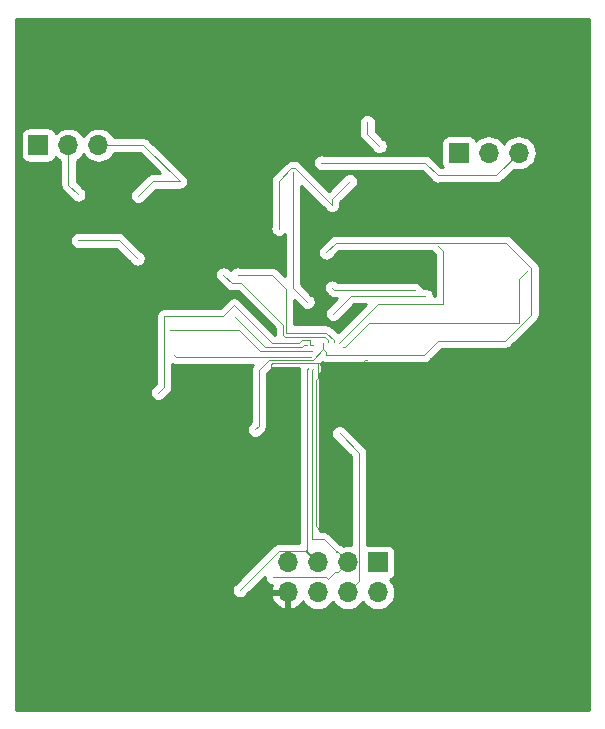
<source format=gbr>
G04 #@! TF.GenerationSoftware,KiCad,Pcbnew,(5.1.4)-1*
G04 #@! TF.CreationDate,2020-02-13T13:02:53-06:00*
G04 #@! TF.ProjectId,aducm_board,61647563-6d5f-4626-9f61-72642e6b6963,rev?*
G04 #@! TF.SameCoordinates,Original*
G04 #@! TF.FileFunction,Copper,L2,Bot*
G04 #@! TF.FilePolarity,Positive*
%FSLAX46Y46*%
G04 Gerber Fmt 4.6, Leading zero omitted, Abs format (unit mm)*
G04 Created by KiCad (PCBNEW (5.1.4)-1) date 2020-02-13 13:02:53*
%MOMM*%
%LPD*%
G04 APERTURE LIST*
%ADD10O,1.700000X1.700000*%
%ADD11R,1.700000X1.700000*%
%ADD12C,0.152400*%
%ADD13C,0.101600*%
%ADD14C,0.100000*%
%ADD15C,0.200000*%
%ADD16C,0.254000*%
G04 APERTURE END LIST*
D10*
X163322000Y-79578200D03*
X160782000Y-79578200D03*
D11*
X158242000Y-79578200D03*
D10*
X127726400Y-78920800D03*
X125186400Y-78920800D03*
D11*
X122646400Y-78920800D03*
D10*
X143760000Y-116800000D03*
X143760000Y-114260000D03*
X146300000Y-116800000D03*
X146300000Y-114260000D03*
X148840000Y-116800000D03*
X148840000Y-114260000D03*
X151380000Y-116800000D03*
D11*
X151380000Y-114260000D03*
D12*
X146964400Y-96697800D03*
X146761200Y-95707200D03*
X149000000Y-82000000D03*
X143000000Y-86000000D03*
X147500000Y-84000000D03*
X151500000Y-79000000D03*
X150500000Y-77000000D03*
X131000000Y-88500000D03*
X126000000Y-87000000D03*
X141000000Y-103000000D03*
X156500000Y-95500000D03*
X147000000Y-88000000D03*
X145338800Y-95808800D03*
X139300000Y-93500000D03*
X145865929Y-95832189D03*
X132800000Y-99900000D03*
X148056600Y-95698001D03*
X156500000Y-87500000D03*
X147624800Y-95605600D03*
X139500000Y-89900000D03*
X147142200Y-95605600D03*
X138300000Y-89900000D03*
X146100800Y-99364800D03*
X142290800Y-97561400D03*
X150495000Y-97155000D03*
X146600000Y-111700000D03*
X159500000Y-112400000D03*
X161200000Y-113300000D03*
X124000000Y-96000000D03*
X142500000Y-99500000D03*
X137000000Y-80000000D03*
X145719800Y-96824800D03*
X134100000Y-96700000D03*
X148386800Y-96012000D03*
X164084000Y-89458800D03*
X145796000Y-96393000D03*
X133800000Y-94600000D03*
X145400000Y-92200000D03*
X144200000Y-81200000D03*
X126000000Y-83100000D03*
X134600000Y-82000000D03*
X131100000Y-83200000D03*
X156464000Y-81483200D03*
X146583400Y-80416400D03*
X145507401Y-97838876D03*
X139700000Y-116600000D03*
X148132800Y-103327200D03*
X145948400Y-97815400D03*
X142500000Y-115500000D03*
X147500000Y-91000000D03*
X154500000Y-91200000D03*
X147600000Y-93200000D03*
X155400000Y-91700000D03*
D13*
X146761200Y-96227402D02*
X145859002Y-97129600D01*
X145859002Y-97129600D02*
X143205200Y-97129600D01*
X146761200Y-96227402D02*
X146761200Y-95707200D01*
X146964400Y-96430602D02*
X146761200Y-96227402D01*
X146964400Y-96697800D02*
X146964400Y-96430602D01*
X143205200Y-97129600D02*
X142170400Y-97129600D01*
X142170400Y-97129600D02*
X141300000Y-98000000D01*
X144399999Y-80899999D02*
X147500000Y-84000000D01*
X144055999Y-80899999D02*
X144399999Y-80899999D01*
X143000000Y-86000000D02*
X143000000Y-81955998D01*
X143000000Y-81955998D02*
X144055999Y-80899999D01*
X147500000Y-83500000D02*
X149000000Y-82000000D01*
X147500000Y-84000000D02*
X147500000Y-83500000D01*
X151500000Y-79000000D02*
X150500000Y-78000000D01*
X150500000Y-78000000D02*
X150500000Y-77000000D01*
X131000000Y-88500000D02*
X129500000Y-87000000D01*
X129500000Y-87000000D02*
X126000000Y-87000000D01*
X141300000Y-98000000D02*
X141300000Y-102700000D01*
X141300000Y-102700000D02*
X141000000Y-103000000D01*
X146964400Y-96697800D02*
X155302200Y-96697800D01*
X155302200Y-96697800D02*
X156500000Y-95500000D01*
X156500000Y-95500000D02*
X162153567Y-95500000D01*
X164384001Y-93269566D02*
X164384001Y-89314799D01*
X164384001Y-89314799D02*
X162269201Y-87199999D01*
X162269201Y-87199999D02*
X147800001Y-87199999D01*
X162153567Y-95500000D02*
X164384001Y-93269566D01*
X147800001Y-87199999D02*
X147000000Y-88000000D01*
X145126668Y-95808800D02*
X144923468Y-96012000D01*
X145338800Y-95808800D02*
X145126668Y-95808800D01*
X144923468Y-96012000D02*
X143383000Y-96012000D01*
X143383000Y-96012000D02*
X141812000Y-96012000D01*
X141812000Y-96012000D02*
X139300000Y-93500000D01*
X145653797Y-95832189D02*
X145643600Y-95821992D01*
X145865929Y-95832189D02*
X145653797Y-95832189D01*
X145643600Y-95821992D02*
X145643600Y-95453200D01*
X145643600Y-95453200D02*
X144957800Y-95453200D01*
X144957800Y-95453200D02*
X144703800Y-95707200D01*
X144703800Y-95707200D02*
X143383000Y-95707200D01*
X143383000Y-95707200D02*
X142407200Y-95707200D01*
X142407200Y-95707200D02*
X139200000Y-92500000D01*
X139200000Y-92500000D02*
X138300000Y-93400000D01*
X138300000Y-93400000D02*
X133300000Y-93400000D01*
X133300000Y-93400000D02*
X133300000Y-99400000D01*
X133300000Y-99400000D02*
X132800000Y-99900000D01*
X148056600Y-95698001D02*
X151354601Y-92400000D01*
X151354601Y-92400000D02*
X156900000Y-92400000D01*
X156900000Y-87900000D02*
X156500000Y-87500000D01*
X156900000Y-92400000D02*
X156900000Y-87900000D01*
X147624800Y-95393468D02*
X147024132Y-94792800D01*
X147624800Y-95605600D02*
X147624800Y-95393468D01*
X147024132Y-94792800D02*
X143611600Y-94792800D01*
X143611600Y-94792800D02*
X143611600Y-91111600D01*
X143611600Y-91111600D02*
X142400000Y-89900000D01*
X142400000Y-89900000D02*
X139500000Y-89900000D01*
D14*
X147142200Y-95393468D02*
X146897132Y-95148400D01*
X147142200Y-95605600D02*
X147142200Y-95393468D01*
D13*
X146897132Y-95148400D02*
X144500600Y-95148400D01*
X144500600Y-95148400D02*
X143535400Y-95148400D01*
X143361590Y-94974590D02*
X143361590Y-94161590D01*
X143535400Y-95148400D02*
X143361590Y-94974590D01*
X143361590Y-94161590D02*
X139800000Y-90600000D01*
X139800000Y-90600000D02*
X139000000Y-90600000D01*
X139000000Y-90600000D02*
X138300000Y-89900000D01*
X146100800Y-98822468D02*
X146304000Y-98619268D01*
X146100800Y-99034600D02*
X146100800Y-98822468D01*
X146304000Y-98619268D02*
X146304000Y-97409000D01*
X146304000Y-97409000D02*
X142443200Y-97409000D01*
X142443200Y-97409000D02*
X142290800Y-97561400D01*
X150282868Y-97155000D02*
X150028868Y-97409000D01*
X150495000Y-97155000D02*
X150282868Y-97155000D01*
D14*
X150028868Y-97409000D02*
X147015200Y-97409000D01*
D13*
X146100800Y-99034600D02*
X146100800Y-111200800D01*
X146100800Y-111200800D02*
X146600000Y-111700000D01*
X159500000Y-112400000D02*
X160300000Y-112400000D01*
X160300000Y-112400000D02*
X161200000Y-113300000D01*
X142290800Y-97561400D02*
X142290800Y-99290800D01*
X142290800Y-99290800D02*
X142500000Y-99500000D01*
D14*
X146304000Y-97409000D02*
X147015200Y-97409000D01*
D13*
X145482268Y-96850200D02*
X143179800Y-96850200D01*
X143179800Y-96850200D02*
X134250200Y-96850200D01*
X134250200Y-96850200D02*
X134100000Y-96700000D01*
X145507668Y-96824800D02*
X145719800Y-96824800D01*
D14*
X145482268Y-96850200D02*
X145507668Y-96824800D01*
D13*
X148598932Y-96012000D02*
X150610932Y-94000000D01*
X148386800Y-96012000D02*
X148598932Y-96012000D01*
X150610932Y-94000000D02*
X163300000Y-94000000D01*
X163300000Y-90242800D02*
X164084000Y-89458800D01*
X163300000Y-94000000D02*
X163300000Y-90242800D01*
X145796000Y-96393000D02*
X143256000Y-96393000D01*
X143256000Y-96393000D02*
X141393000Y-96393000D01*
X141393000Y-96393000D02*
X139600000Y-94600000D01*
X139600000Y-94600000D02*
X133800000Y-94600000D01*
X145400000Y-92200000D02*
X144200000Y-91000000D01*
X144200000Y-91000000D02*
X144200000Y-81200000D01*
X125186400Y-82286400D02*
X125186400Y-78920800D01*
X126000000Y-83100000D02*
X125186400Y-82286400D01*
X131520800Y-78920800D02*
X127726400Y-78920800D01*
X134600000Y-82000000D02*
X131520800Y-78920800D01*
X132300000Y-82000000D02*
X134600000Y-82000000D01*
X131100000Y-83200000D02*
X132300000Y-82000000D01*
X161417000Y-81483200D02*
X163322000Y-79578200D01*
X156464000Y-81483200D02*
X161417000Y-81483200D01*
X155397200Y-80416400D02*
X156464000Y-81483200D01*
X146583400Y-80416400D02*
X155397200Y-80416400D01*
X145357402Y-113317402D02*
X146300000Y-114260000D01*
X145507401Y-97838876D02*
X145357402Y-97988875D01*
X145357402Y-97988875D02*
X145357402Y-113317402D01*
X143040001Y-113259999D02*
X139700000Y-116600000D01*
D15*
X146300000Y-114260000D02*
X145299999Y-113259999D01*
D13*
X145299999Y-113259999D02*
X143040001Y-113259999D01*
D14*
X149790001Y-104984401D02*
X148132800Y-103327200D01*
X148840000Y-116800000D02*
X149790001Y-115849999D01*
X149790001Y-115849999D02*
X149790001Y-104984401D01*
D13*
X145948400Y-97815400D02*
X145798401Y-97965399D01*
X145798401Y-97965399D02*
X145798401Y-99198401D01*
X145798401Y-99198401D02*
X145798401Y-99311599D01*
X145798401Y-112298401D02*
X145798401Y-99198401D01*
X146798401Y-112298401D02*
X145798401Y-112298401D01*
X147910001Y-113410001D02*
X146798401Y-112298401D01*
X148840000Y-114260000D02*
X147990001Y-113410001D01*
D15*
X147990001Y-113410001D02*
X147910001Y-113410001D01*
D13*
X147990001Y-115109999D02*
X147790001Y-115109999D01*
X148840000Y-114260000D02*
X147990001Y-115109999D01*
X147790001Y-115109999D02*
X147200000Y-115700000D01*
X147200000Y-115700000D02*
X147000000Y-115500000D01*
X147000000Y-115500000D02*
X142500000Y-115500000D01*
X147500000Y-91000000D02*
X147700000Y-91200000D01*
X147700000Y-91200000D02*
X154500000Y-91200000D01*
X147600000Y-93200000D02*
X149100000Y-91700000D01*
X149100000Y-91700000D02*
X155400000Y-91700000D01*
D16*
G36*
X169265001Y-126765000D02*
G01*
X120735000Y-126765000D01*
X120735000Y-99829953D01*
X132088800Y-99829953D01*
X132088800Y-99970047D01*
X132116131Y-100107449D01*
X132169743Y-100236879D01*
X132247575Y-100353363D01*
X132346637Y-100452425D01*
X132463121Y-100530257D01*
X132592551Y-100583869D01*
X132729953Y-100611200D01*
X132870047Y-100611200D01*
X133007449Y-100583869D01*
X133136879Y-100530257D01*
X133253363Y-100452425D01*
X133352425Y-100353363D01*
X133424758Y-100245109D01*
X133761109Y-99908758D01*
X133787280Y-99887280D01*
X133872981Y-99782853D01*
X133936662Y-99663714D01*
X133975877Y-99534440D01*
X133985800Y-99433689D01*
X133985800Y-99433686D01*
X133989118Y-99400000D01*
X133985800Y-99366314D01*
X133985800Y-97486495D01*
X133986486Y-97486862D01*
X134115760Y-97526077D01*
X134216511Y-97536000D01*
X134216514Y-97536000D01*
X134250200Y-97539318D01*
X134283886Y-97536000D01*
X140793615Y-97536000D01*
X140727019Y-97617148D01*
X140663338Y-97736287D01*
X140624123Y-97865561D01*
X140614200Y-97966312D01*
X140614200Y-97966321D01*
X140610883Y-98000000D01*
X140614200Y-98033679D01*
X140614201Y-102402430D01*
X140546637Y-102447575D01*
X140447575Y-102546637D01*
X140369743Y-102663121D01*
X140316131Y-102792551D01*
X140288800Y-102929953D01*
X140288800Y-103070047D01*
X140316131Y-103207449D01*
X140369743Y-103336879D01*
X140447575Y-103453363D01*
X140546637Y-103552425D01*
X140663121Y-103630257D01*
X140792551Y-103683869D01*
X140929953Y-103711200D01*
X141070047Y-103711200D01*
X141207449Y-103683869D01*
X141336879Y-103630257D01*
X141453363Y-103552425D01*
X141552425Y-103453363D01*
X141624758Y-103345109D01*
X141761109Y-103208758D01*
X141787280Y-103187280D01*
X141872981Y-103082853D01*
X141936662Y-102963714D01*
X141975877Y-102834440D01*
X141985800Y-102733689D01*
X141985800Y-102733680D01*
X141989117Y-102700001D01*
X141985800Y-102666322D01*
X141985800Y-98284067D01*
X142454468Y-97815400D01*
X144693366Y-97815400D01*
X144681525Y-97854436D01*
X144671602Y-97955187D01*
X144671602Y-97955196D01*
X144668285Y-97988875D01*
X144671602Y-98022554D01*
X144671603Y-112574199D01*
X143073687Y-112574199D01*
X143040001Y-112570881D01*
X143006315Y-112574199D01*
X143006312Y-112574199D01*
X142905561Y-112584122D01*
X142776287Y-112623337D01*
X142657148Y-112687018D01*
X142552721Y-112772719D01*
X142531243Y-112798890D01*
X139354891Y-115975242D01*
X139246637Y-116047575D01*
X139147575Y-116146637D01*
X139069743Y-116263121D01*
X139016131Y-116392551D01*
X138988800Y-116529953D01*
X138988800Y-116670047D01*
X139016131Y-116807449D01*
X139069743Y-116936879D01*
X139147575Y-117053363D01*
X139246637Y-117152425D01*
X139363121Y-117230257D01*
X139492551Y-117283869D01*
X139629953Y-117311200D01*
X139770047Y-117311200D01*
X139907449Y-117283869D01*
X140036879Y-117230257D01*
X140146679Y-117156891D01*
X142318519Y-117156891D01*
X142415843Y-117431252D01*
X142564822Y-117681355D01*
X142759731Y-117897588D01*
X142993080Y-118071641D01*
X143255901Y-118196825D01*
X143403110Y-118241476D01*
X143633000Y-118120155D01*
X143633000Y-116927000D01*
X142439186Y-116927000D01*
X142318519Y-117156891D01*
X140146679Y-117156891D01*
X140153363Y-117152425D01*
X140252425Y-117053363D01*
X140324758Y-116945109D01*
X141788800Y-115481067D01*
X141788800Y-115570047D01*
X141816131Y-115707449D01*
X141869743Y-115836879D01*
X141947575Y-115953363D01*
X142046637Y-116052425D01*
X142163121Y-116130257D01*
X142292551Y-116183869D01*
X142402707Y-116205780D01*
X142318519Y-116443109D01*
X142439186Y-116673000D01*
X143633000Y-116673000D01*
X143633000Y-116653000D01*
X143887000Y-116653000D01*
X143887000Y-116673000D01*
X143907000Y-116673000D01*
X143907000Y-116927000D01*
X143887000Y-116927000D01*
X143887000Y-118120155D01*
X144116890Y-118241476D01*
X144264099Y-118196825D01*
X144526920Y-118071641D01*
X144760269Y-117897588D01*
X144955178Y-117681355D01*
X145024799Y-117564477D01*
X145059294Y-117629014D01*
X145244866Y-117855134D01*
X145470986Y-118040706D01*
X145728966Y-118178599D01*
X146008889Y-118263513D01*
X146227050Y-118285000D01*
X146372950Y-118285000D01*
X146591111Y-118263513D01*
X146871034Y-118178599D01*
X147129014Y-118040706D01*
X147355134Y-117855134D01*
X147540706Y-117629014D01*
X147570000Y-117574209D01*
X147599294Y-117629014D01*
X147784866Y-117855134D01*
X148010986Y-118040706D01*
X148268966Y-118178599D01*
X148548889Y-118263513D01*
X148767050Y-118285000D01*
X148912950Y-118285000D01*
X149131111Y-118263513D01*
X149411034Y-118178599D01*
X149669014Y-118040706D01*
X149895134Y-117855134D01*
X150080706Y-117629014D01*
X150110000Y-117574209D01*
X150139294Y-117629014D01*
X150324866Y-117855134D01*
X150550986Y-118040706D01*
X150808966Y-118178599D01*
X151088889Y-118263513D01*
X151307050Y-118285000D01*
X151452950Y-118285000D01*
X151671111Y-118263513D01*
X151951034Y-118178599D01*
X152209014Y-118040706D01*
X152435134Y-117855134D01*
X152620706Y-117629014D01*
X152758599Y-117371034D01*
X152843513Y-117091111D01*
X152872185Y-116800000D01*
X152843513Y-116508889D01*
X152758599Y-116228966D01*
X152620706Y-115970986D01*
X152435134Y-115744866D01*
X152405313Y-115720393D01*
X152474180Y-115699502D01*
X152584494Y-115640537D01*
X152681185Y-115561185D01*
X152760537Y-115464494D01*
X152819502Y-115354180D01*
X152855812Y-115234482D01*
X152868072Y-115110000D01*
X152868072Y-113410000D01*
X152855812Y-113285518D01*
X152819502Y-113165820D01*
X152760537Y-113055506D01*
X152681185Y-112958815D01*
X152584494Y-112879463D01*
X152474180Y-112820498D01*
X152354482Y-112784188D01*
X152230000Y-112771928D01*
X150530000Y-112771928D01*
X150475001Y-112777345D01*
X150475001Y-105018040D01*
X150478314Y-104984400D01*
X150475001Y-104950761D01*
X150475001Y-104950754D01*
X150465089Y-104850118D01*
X150425920Y-104720995D01*
X150362313Y-104601994D01*
X150332476Y-104565638D01*
X150298161Y-104523824D01*
X150298155Y-104523818D01*
X150276712Y-104497690D01*
X150250584Y-104476247D01*
X148759835Y-102985499D01*
X148685225Y-102873837D01*
X148586163Y-102774775D01*
X148469679Y-102696943D01*
X148340249Y-102643331D01*
X148202847Y-102616000D01*
X148062753Y-102616000D01*
X147925351Y-102643331D01*
X147795921Y-102696943D01*
X147679437Y-102774775D01*
X147580375Y-102873837D01*
X147502543Y-102990321D01*
X147448931Y-103119751D01*
X147421600Y-103257153D01*
X147421600Y-103397247D01*
X147448931Y-103534649D01*
X147502543Y-103664079D01*
X147580375Y-103780563D01*
X147679437Y-103879625D01*
X147791099Y-103954235D01*
X149105002Y-105268139D01*
X149105001Y-112793915D01*
X148912950Y-112775000D01*
X148767050Y-112775000D01*
X148548889Y-112796487D01*
X148440926Y-112829237D01*
X148400321Y-112795914D01*
X148272634Y-112727664D01*
X148164829Y-112694962D01*
X147307159Y-111837292D01*
X147285681Y-111811121D01*
X147181254Y-111725420D01*
X147062115Y-111661739D01*
X146932841Y-111622524D01*
X146832090Y-111612601D01*
X146832080Y-111612601D01*
X146798401Y-111609284D01*
X146764722Y-111612601D01*
X146484201Y-111612601D01*
X146484201Y-98285387D01*
X146500825Y-98268763D01*
X146578657Y-98152279D01*
X146632269Y-98022849D01*
X146659600Y-97885447D01*
X146659600Y-97745353D01*
X146632269Y-97607951D01*
X146578657Y-97478521D01*
X146539120Y-97419349D01*
X146629565Y-97328904D01*
X146756951Y-97381669D01*
X146894353Y-97409000D01*
X147034447Y-97409000D01*
X147162141Y-97383600D01*
X155268521Y-97383600D01*
X155302200Y-97386917D01*
X155335879Y-97383600D01*
X155335889Y-97383600D01*
X155436640Y-97373677D01*
X155565914Y-97334462D01*
X155685053Y-97270781D01*
X155789480Y-97185080D01*
X155810958Y-97158909D01*
X156784068Y-96185800D01*
X162119888Y-96185800D01*
X162153567Y-96189117D01*
X162187246Y-96185800D01*
X162187256Y-96185800D01*
X162288007Y-96175877D01*
X162417281Y-96136662D01*
X162536420Y-96072981D01*
X162640847Y-95987280D01*
X162662325Y-95961109D01*
X164845120Y-93778315D01*
X164871280Y-93756846D01*
X164892750Y-93730685D01*
X164892756Y-93730679D01*
X164956981Y-93652420D01*
X164956982Y-93652419D01*
X165020663Y-93533280D01*
X165059878Y-93404006D01*
X165069801Y-93303255D01*
X165069801Y-93303246D01*
X165073118Y-93269567D01*
X165069801Y-93235888D01*
X165069801Y-89348485D01*
X165073119Y-89314799D01*
X165068681Y-89269743D01*
X165059878Y-89180359D01*
X165020663Y-89051085D01*
X164956982Y-88931946D01*
X164871281Y-88827519D01*
X164845110Y-88806041D01*
X162777959Y-86738890D01*
X162756481Y-86712719D01*
X162652054Y-86627018D01*
X162532915Y-86563337D01*
X162403641Y-86524122D01*
X162302890Y-86514199D01*
X162302880Y-86514199D01*
X162269201Y-86510882D01*
X162235522Y-86514199D01*
X147833679Y-86514199D01*
X147800000Y-86510882D01*
X147766321Y-86514199D01*
X147766312Y-86514199D01*
X147665561Y-86524122D01*
X147536287Y-86563337D01*
X147417148Y-86627018D01*
X147312721Y-86712719D01*
X147291247Y-86738885D01*
X146654890Y-87375243D01*
X146546637Y-87447575D01*
X146447575Y-87546637D01*
X146369743Y-87663121D01*
X146316131Y-87792551D01*
X146288800Y-87929953D01*
X146288800Y-88070047D01*
X146316131Y-88207449D01*
X146369743Y-88336879D01*
X146447575Y-88453363D01*
X146546637Y-88552425D01*
X146663121Y-88630257D01*
X146792551Y-88683869D01*
X146929953Y-88711200D01*
X147070047Y-88711200D01*
X147207449Y-88683869D01*
X147336879Y-88630257D01*
X147453363Y-88552425D01*
X147552425Y-88453363D01*
X147624757Y-88345110D01*
X148084069Y-87885799D01*
X155902430Y-87885799D01*
X155947575Y-87953363D01*
X156046637Y-88052425D01*
X156154891Y-88124758D01*
X156214201Y-88184068D01*
X156214200Y-91714200D01*
X156111200Y-91714200D01*
X156111200Y-91629953D01*
X156083869Y-91492551D01*
X156030257Y-91363121D01*
X155952425Y-91246637D01*
X155853363Y-91147575D01*
X155736879Y-91069743D01*
X155607449Y-91016131D01*
X155470047Y-90988800D01*
X155329953Y-90988800D01*
X155202259Y-91014200D01*
X155188175Y-91014200D01*
X155183869Y-90992551D01*
X155130257Y-90863121D01*
X155052425Y-90746637D01*
X154953363Y-90647575D01*
X154836879Y-90569743D01*
X154707449Y-90516131D01*
X154570047Y-90488800D01*
X154429953Y-90488800D01*
X154302259Y-90514200D01*
X148019988Y-90514200D01*
X147953363Y-90447575D01*
X147836879Y-90369743D01*
X147707449Y-90316131D01*
X147570047Y-90288800D01*
X147429953Y-90288800D01*
X147292551Y-90316131D01*
X147163121Y-90369743D01*
X147046637Y-90447575D01*
X146947575Y-90546637D01*
X146869743Y-90663121D01*
X146816131Y-90792551D01*
X146788800Y-90929953D01*
X146788800Y-91070047D01*
X146816131Y-91207449D01*
X146869743Y-91336879D01*
X146947575Y-91453363D01*
X147046637Y-91552425D01*
X147154893Y-91624759D01*
X147191238Y-91661105D01*
X147212720Y-91687280D01*
X147317147Y-91772981D01*
X147436286Y-91836662D01*
X147565560Y-91875877D01*
X147666311Y-91885800D01*
X147666314Y-91885800D01*
X147700000Y-91889118D01*
X147733686Y-91885800D01*
X147944332Y-91885800D01*
X147254890Y-92575243D01*
X147146637Y-92647575D01*
X147047575Y-92746637D01*
X146969743Y-92863121D01*
X146916131Y-92992551D01*
X146888800Y-93129953D01*
X146888800Y-93270047D01*
X146916131Y-93407449D01*
X146969743Y-93536879D01*
X147047575Y-93653363D01*
X147146637Y-93752425D01*
X147263121Y-93830257D01*
X147392551Y-93883869D01*
X147529953Y-93911200D01*
X147670047Y-93911200D01*
X147807449Y-93883869D01*
X147936879Y-93830257D01*
X148053363Y-93752425D01*
X148152425Y-93653363D01*
X148224757Y-93545110D01*
X149384068Y-92385800D01*
X150398934Y-92385800D01*
X147992967Y-94791768D01*
X147532890Y-94331691D01*
X147511412Y-94305520D01*
X147406985Y-94219819D01*
X147287846Y-94156138D01*
X147158572Y-94116923D01*
X147057821Y-94107000D01*
X147057811Y-94107000D01*
X147024132Y-94103683D01*
X146990453Y-94107000D01*
X144297400Y-94107000D01*
X144297400Y-92067267D01*
X144775244Y-92545112D01*
X144847575Y-92653363D01*
X144946637Y-92752425D01*
X145063121Y-92830257D01*
X145192551Y-92883869D01*
X145329953Y-92911200D01*
X145470047Y-92911200D01*
X145607449Y-92883869D01*
X145736879Y-92830257D01*
X145853363Y-92752425D01*
X145952425Y-92653363D01*
X146030257Y-92536879D01*
X146083869Y-92407449D01*
X146111200Y-92270047D01*
X146111200Y-92129953D01*
X146083869Y-91992551D01*
X146030257Y-91863121D01*
X145952425Y-91746637D01*
X145853363Y-91647575D01*
X145745112Y-91575244D01*
X144885800Y-90715933D01*
X144885800Y-82355667D01*
X146875244Y-84345112D01*
X146947575Y-84453363D01*
X147046637Y-84552425D01*
X147163121Y-84630257D01*
X147292551Y-84683869D01*
X147429953Y-84711200D01*
X147570047Y-84711200D01*
X147707449Y-84683869D01*
X147836879Y-84630257D01*
X147953363Y-84552425D01*
X148052425Y-84453363D01*
X148130257Y-84336879D01*
X148183869Y-84207449D01*
X148211200Y-84070047D01*
X148211200Y-83929953D01*
X148185800Y-83802259D01*
X148185800Y-83784067D01*
X149345112Y-82624756D01*
X149453363Y-82552425D01*
X149552425Y-82453363D01*
X149630257Y-82336879D01*
X149683869Y-82207449D01*
X149711200Y-82070047D01*
X149711200Y-81929953D01*
X149683869Y-81792551D01*
X149630257Y-81663121D01*
X149552425Y-81546637D01*
X149453363Y-81447575D01*
X149336879Y-81369743D01*
X149207449Y-81316131D01*
X149070047Y-81288800D01*
X148929953Y-81288800D01*
X148792551Y-81316131D01*
X148663121Y-81369743D01*
X148546637Y-81447575D01*
X148447575Y-81546637D01*
X148375244Y-81654888D01*
X147250000Y-82780133D01*
X144908757Y-80438890D01*
X144887279Y-80412719D01*
X144806412Y-80346353D01*
X145872200Y-80346353D01*
X145872200Y-80486447D01*
X145899531Y-80623849D01*
X145953143Y-80753279D01*
X146030975Y-80869763D01*
X146130037Y-80968825D01*
X146246521Y-81046657D01*
X146375951Y-81100269D01*
X146513353Y-81127600D01*
X146653447Y-81127600D01*
X146781141Y-81102200D01*
X155113133Y-81102200D01*
X155839244Y-81828312D01*
X155911575Y-81936563D01*
X156010637Y-82035625D01*
X156127121Y-82113457D01*
X156256551Y-82167069D01*
X156393953Y-82194400D01*
X156534047Y-82194400D01*
X156661741Y-82169000D01*
X161383321Y-82169000D01*
X161417000Y-82172317D01*
X161450679Y-82169000D01*
X161450689Y-82169000D01*
X161551440Y-82159077D01*
X161680714Y-82119862D01*
X161799853Y-82056181D01*
X161904280Y-81970480D01*
X161925758Y-81944309D01*
X162875493Y-80994574D01*
X163030889Y-81041713D01*
X163249050Y-81063200D01*
X163394950Y-81063200D01*
X163613111Y-81041713D01*
X163893034Y-80956799D01*
X164151014Y-80818906D01*
X164377134Y-80633334D01*
X164562706Y-80407214D01*
X164700599Y-80149234D01*
X164785513Y-79869311D01*
X164814185Y-79578200D01*
X164785513Y-79287089D01*
X164700599Y-79007166D01*
X164562706Y-78749186D01*
X164377134Y-78523066D01*
X164151014Y-78337494D01*
X163893034Y-78199601D01*
X163613111Y-78114687D01*
X163394950Y-78093200D01*
X163249050Y-78093200D01*
X163030889Y-78114687D01*
X162750966Y-78199601D01*
X162492986Y-78337494D01*
X162266866Y-78523066D01*
X162081294Y-78749186D01*
X162052000Y-78803991D01*
X162022706Y-78749186D01*
X161837134Y-78523066D01*
X161611014Y-78337494D01*
X161353034Y-78199601D01*
X161073111Y-78114687D01*
X160854950Y-78093200D01*
X160709050Y-78093200D01*
X160490889Y-78114687D01*
X160210966Y-78199601D01*
X159952986Y-78337494D01*
X159726866Y-78523066D01*
X159702393Y-78552887D01*
X159681502Y-78484020D01*
X159622537Y-78373706D01*
X159543185Y-78277015D01*
X159446494Y-78197663D01*
X159336180Y-78138698D01*
X159216482Y-78102388D01*
X159092000Y-78090128D01*
X157392000Y-78090128D01*
X157267518Y-78102388D01*
X157147820Y-78138698D01*
X157037506Y-78197663D01*
X156940815Y-78277015D01*
X156861463Y-78373706D01*
X156802498Y-78484020D01*
X156766188Y-78603718D01*
X156753928Y-78728200D01*
X156753928Y-80428200D01*
X156766188Y-80552682D01*
X156802498Y-80672380D01*
X156861463Y-80782694D01*
X156873532Y-80797400D01*
X156748068Y-80797400D01*
X155905958Y-79955291D01*
X155884480Y-79929120D01*
X155780053Y-79843419D01*
X155660914Y-79779738D01*
X155531640Y-79740523D01*
X155430889Y-79730600D01*
X155430879Y-79730600D01*
X155397200Y-79727283D01*
X155363521Y-79730600D01*
X146781141Y-79730600D01*
X146653447Y-79705200D01*
X146513353Y-79705200D01*
X146375951Y-79732531D01*
X146246521Y-79786143D01*
X146130037Y-79863975D01*
X146030975Y-79963037D01*
X145953143Y-80079521D01*
X145899531Y-80208951D01*
X145872200Y-80346353D01*
X144806412Y-80346353D01*
X144782852Y-80327018D01*
X144663713Y-80263337D01*
X144534439Y-80224122D01*
X144433688Y-80214199D01*
X144433678Y-80214199D01*
X144399999Y-80210882D01*
X144366320Y-80214199D01*
X144089677Y-80214199D01*
X144055998Y-80210882D01*
X144022319Y-80214199D01*
X144022310Y-80214199D01*
X143921559Y-80224122D01*
X143792285Y-80263337D01*
X143673146Y-80327018D01*
X143568719Y-80412719D01*
X143547245Y-80438885D01*
X142538886Y-81447245D01*
X142512721Y-81468718D01*
X142491248Y-81494883D01*
X142491245Y-81494886D01*
X142427020Y-81573145D01*
X142363339Y-81692284D01*
X142324124Y-81821558D01*
X142310883Y-81955998D01*
X142314201Y-81989687D01*
X142314200Y-85802258D01*
X142288800Y-85929953D01*
X142288800Y-86070047D01*
X142316131Y-86207449D01*
X142369743Y-86336879D01*
X142447575Y-86453363D01*
X142546637Y-86552425D01*
X142663121Y-86630257D01*
X142792551Y-86683869D01*
X142929953Y-86711200D01*
X143070047Y-86711200D01*
X143207449Y-86683869D01*
X143336879Y-86630257D01*
X143453363Y-86552425D01*
X143514200Y-86491588D01*
X143514200Y-90044333D01*
X142908758Y-89438891D01*
X142887280Y-89412720D01*
X142782853Y-89327019D01*
X142663714Y-89263338D01*
X142534440Y-89224123D01*
X142433689Y-89214200D01*
X142433679Y-89214200D01*
X142400000Y-89210883D01*
X142366321Y-89214200D01*
X139697741Y-89214200D01*
X139570047Y-89188800D01*
X139429953Y-89188800D01*
X139292551Y-89216131D01*
X139163121Y-89269743D01*
X139046637Y-89347575D01*
X138947575Y-89446637D01*
X138900000Y-89517838D01*
X138852425Y-89446637D01*
X138753363Y-89347575D01*
X138636879Y-89269743D01*
X138507449Y-89216131D01*
X138370047Y-89188800D01*
X138229953Y-89188800D01*
X138092551Y-89216131D01*
X137963121Y-89269743D01*
X137846637Y-89347575D01*
X137747575Y-89446637D01*
X137669743Y-89563121D01*
X137616131Y-89692551D01*
X137588800Y-89829953D01*
X137588800Y-89970047D01*
X137616131Y-90107449D01*
X137669743Y-90236879D01*
X137747575Y-90353363D01*
X137846637Y-90452425D01*
X137954890Y-90524757D01*
X138491244Y-91061112D01*
X138512720Y-91087280D01*
X138538885Y-91108753D01*
X138538887Y-91108755D01*
X138617145Y-91172980D01*
X138617147Y-91172981D01*
X138736286Y-91236662D01*
X138865560Y-91275877D01*
X138966311Y-91285800D01*
X138966320Y-91285800D01*
X138999999Y-91289117D01*
X139033678Y-91285800D01*
X139515933Y-91285800D01*
X142675790Y-94445658D01*
X142675790Y-94940911D01*
X142672473Y-94974590D01*
X142675534Y-95005667D01*
X139708749Y-92038882D01*
X139687279Y-92012721D01*
X139661118Y-91991251D01*
X139661112Y-91991245D01*
X139582853Y-91927020D01*
X139463714Y-91863339D01*
X139334440Y-91824124D01*
X139200000Y-91810883D01*
X139199999Y-91810883D01*
X139065559Y-91824124D01*
X138936285Y-91863339D01*
X138817146Y-91927020D01*
X138738887Y-91991245D01*
X138738884Y-91991248D01*
X138712720Y-92012720D01*
X138691248Y-92038884D01*
X138015933Y-92714200D01*
X133333688Y-92714200D01*
X133300000Y-92710882D01*
X133266311Y-92714200D01*
X133165560Y-92724123D01*
X133036286Y-92763338D01*
X132917147Y-92827019D01*
X132812720Y-92912720D01*
X132727019Y-93017147D01*
X132663338Y-93136286D01*
X132624123Y-93265560D01*
X132610882Y-93400000D01*
X132614200Y-93433689D01*
X132614201Y-99115932D01*
X132454891Y-99275242D01*
X132346637Y-99347575D01*
X132247575Y-99446637D01*
X132169743Y-99563121D01*
X132116131Y-99692551D01*
X132088800Y-99829953D01*
X120735000Y-99829953D01*
X120735000Y-86929953D01*
X125288800Y-86929953D01*
X125288800Y-87070047D01*
X125316131Y-87207449D01*
X125369743Y-87336879D01*
X125447575Y-87453363D01*
X125546637Y-87552425D01*
X125663121Y-87630257D01*
X125792551Y-87683869D01*
X125929953Y-87711200D01*
X126070047Y-87711200D01*
X126197741Y-87685800D01*
X129215933Y-87685800D01*
X130375244Y-88845112D01*
X130447575Y-88953363D01*
X130546637Y-89052425D01*
X130663121Y-89130257D01*
X130792551Y-89183869D01*
X130929953Y-89211200D01*
X131070047Y-89211200D01*
X131207449Y-89183869D01*
X131336879Y-89130257D01*
X131453363Y-89052425D01*
X131552425Y-88953363D01*
X131630257Y-88836879D01*
X131683869Y-88707449D01*
X131711200Y-88570047D01*
X131711200Y-88429953D01*
X131683869Y-88292551D01*
X131630257Y-88163121D01*
X131552425Y-88046637D01*
X131453363Y-87947575D01*
X131345112Y-87875244D01*
X130008758Y-86538891D01*
X129987280Y-86512720D01*
X129882853Y-86427019D01*
X129763714Y-86363338D01*
X129634440Y-86324123D01*
X129533689Y-86314200D01*
X129533679Y-86314200D01*
X129500000Y-86310883D01*
X129466321Y-86314200D01*
X126197741Y-86314200D01*
X126070047Y-86288800D01*
X125929953Y-86288800D01*
X125792551Y-86316131D01*
X125663121Y-86369743D01*
X125546637Y-86447575D01*
X125447575Y-86546637D01*
X125369743Y-86663121D01*
X125316131Y-86792551D01*
X125288800Y-86929953D01*
X120735000Y-86929953D01*
X120735000Y-78070800D01*
X121158328Y-78070800D01*
X121158328Y-79770800D01*
X121170588Y-79895282D01*
X121206898Y-80014980D01*
X121265863Y-80125294D01*
X121345215Y-80221985D01*
X121441906Y-80301337D01*
X121552220Y-80360302D01*
X121671918Y-80396612D01*
X121796400Y-80408872D01*
X123496400Y-80408872D01*
X123620882Y-80396612D01*
X123740580Y-80360302D01*
X123850894Y-80301337D01*
X123947585Y-80221985D01*
X124026937Y-80125294D01*
X124085902Y-80014980D01*
X124106793Y-79946113D01*
X124131266Y-79975934D01*
X124357386Y-80161506D01*
X124500601Y-80238056D01*
X124500600Y-82252721D01*
X124497283Y-82286400D01*
X124500600Y-82320079D01*
X124500600Y-82320088D01*
X124510523Y-82420839D01*
X124549738Y-82550113D01*
X124613419Y-82669252D01*
X124613420Y-82669253D01*
X124652725Y-82717146D01*
X124699120Y-82773679D01*
X124725286Y-82795153D01*
X125375244Y-83445112D01*
X125447575Y-83553363D01*
X125546637Y-83652425D01*
X125663121Y-83730257D01*
X125792551Y-83783869D01*
X125929953Y-83811200D01*
X126070047Y-83811200D01*
X126207449Y-83783869D01*
X126336879Y-83730257D01*
X126453363Y-83652425D01*
X126552425Y-83553363D01*
X126630257Y-83436879D01*
X126683869Y-83307449D01*
X126711200Y-83170047D01*
X126711200Y-83029953D01*
X126683869Y-82892551D01*
X126630257Y-82763121D01*
X126552425Y-82646637D01*
X126453363Y-82547575D01*
X126345112Y-82475244D01*
X125872200Y-82002333D01*
X125872200Y-80238055D01*
X126015414Y-80161506D01*
X126241534Y-79975934D01*
X126427106Y-79749814D01*
X126456400Y-79695009D01*
X126485694Y-79749814D01*
X126671266Y-79975934D01*
X126897386Y-80161506D01*
X127155366Y-80299399D01*
X127435289Y-80384313D01*
X127653450Y-80405800D01*
X127799350Y-80405800D01*
X128017511Y-80384313D01*
X128297434Y-80299399D01*
X128555414Y-80161506D01*
X128781534Y-79975934D01*
X128967106Y-79749814D01*
X129043655Y-79606600D01*
X131236733Y-79606600D01*
X132944332Y-81314200D01*
X132333678Y-81314200D01*
X132299999Y-81310883D01*
X132266320Y-81314200D01*
X132266311Y-81314200D01*
X132165560Y-81324123D01*
X132036286Y-81363338D01*
X131917147Y-81427019D01*
X131917145Y-81427020D01*
X131917146Y-81427020D01*
X131866337Y-81468718D01*
X131812720Y-81512720D01*
X131791247Y-81538886D01*
X130754890Y-82575243D01*
X130646637Y-82647575D01*
X130547575Y-82746637D01*
X130469743Y-82863121D01*
X130416131Y-82992551D01*
X130388800Y-83129953D01*
X130388800Y-83270047D01*
X130416131Y-83407449D01*
X130469743Y-83536879D01*
X130547575Y-83653363D01*
X130646637Y-83752425D01*
X130763121Y-83830257D01*
X130892551Y-83883869D01*
X131029953Y-83911200D01*
X131170047Y-83911200D01*
X131307449Y-83883869D01*
X131436879Y-83830257D01*
X131553363Y-83752425D01*
X131652425Y-83653363D01*
X131724757Y-83545110D01*
X132584068Y-82685800D01*
X134402259Y-82685800D01*
X134529953Y-82711200D01*
X134670047Y-82711200D01*
X134807449Y-82683869D01*
X134936879Y-82630257D01*
X135053363Y-82552425D01*
X135152425Y-82453363D01*
X135230257Y-82336879D01*
X135283869Y-82207449D01*
X135311200Y-82070047D01*
X135311200Y-81929953D01*
X135283869Y-81792551D01*
X135230257Y-81663121D01*
X135152425Y-81546637D01*
X135053363Y-81447575D01*
X134945112Y-81375244D01*
X132029558Y-78459691D01*
X132008080Y-78433520D01*
X131903653Y-78347819D01*
X131784514Y-78284138D01*
X131655240Y-78244923D01*
X131554489Y-78235000D01*
X131554479Y-78235000D01*
X131520800Y-78231683D01*
X131487121Y-78235000D01*
X129043655Y-78235000D01*
X128967106Y-78091786D01*
X128781534Y-77865666D01*
X128555414Y-77680094D01*
X128297434Y-77542201D01*
X128017511Y-77457287D01*
X127799350Y-77435800D01*
X127653450Y-77435800D01*
X127435289Y-77457287D01*
X127155366Y-77542201D01*
X126897386Y-77680094D01*
X126671266Y-77865666D01*
X126485694Y-78091786D01*
X126456400Y-78146591D01*
X126427106Y-78091786D01*
X126241534Y-77865666D01*
X126015414Y-77680094D01*
X125757434Y-77542201D01*
X125477511Y-77457287D01*
X125259350Y-77435800D01*
X125113450Y-77435800D01*
X124895289Y-77457287D01*
X124615366Y-77542201D01*
X124357386Y-77680094D01*
X124131266Y-77865666D01*
X124106793Y-77895487D01*
X124085902Y-77826620D01*
X124026937Y-77716306D01*
X123947585Y-77619615D01*
X123850894Y-77540263D01*
X123740580Y-77481298D01*
X123620882Y-77444988D01*
X123496400Y-77432728D01*
X121796400Y-77432728D01*
X121671918Y-77444988D01*
X121552220Y-77481298D01*
X121441906Y-77540263D01*
X121345215Y-77619615D01*
X121265863Y-77716306D01*
X121206898Y-77826620D01*
X121170588Y-77946318D01*
X121158328Y-78070800D01*
X120735000Y-78070800D01*
X120735000Y-76929953D01*
X149788800Y-76929953D01*
X149788800Y-77070047D01*
X149814201Y-77197745D01*
X149814200Y-77966321D01*
X149810883Y-78000000D01*
X149814200Y-78033679D01*
X149814200Y-78033688D01*
X149824123Y-78134439D01*
X149863338Y-78263713D01*
X149927019Y-78382852D01*
X150012720Y-78487279D01*
X150038887Y-78508754D01*
X150875242Y-79345109D01*
X150947575Y-79453363D01*
X151046637Y-79552425D01*
X151163121Y-79630257D01*
X151292551Y-79683869D01*
X151429953Y-79711200D01*
X151570047Y-79711200D01*
X151707449Y-79683869D01*
X151836879Y-79630257D01*
X151953363Y-79552425D01*
X152052425Y-79453363D01*
X152130257Y-79336879D01*
X152183869Y-79207449D01*
X152211200Y-79070047D01*
X152211200Y-78929953D01*
X152183869Y-78792551D01*
X152130257Y-78663121D01*
X152052425Y-78546637D01*
X151953363Y-78447575D01*
X151845109Y-78375242D01*
X151185800Y-77715933D01*
X151185800Y-77197741D01*
X151211200Y-77070047D01*
X151211200Y-76929953D01*
X151183869Y-76792551D01*
X151130257Y-76663121D01*
X151052425Y-76546637D01*
X150953363Y-76447575D01*
X150836879Y-76369743D01*
X150707449Y-76316131D01*
X150570047Y-76288800D01*
X150429953Y-76288800D01*
X150292551Y-76316131D01*
X150163121Y-76369743D01*
X150046637Y-76447575D01*
X149947575Y-76546637D01*
X149869743Y-76663121D01*
X149816131Y-76792551D01*
X149788800Y-76929953D01*
X120735000Y-76929953D01*
X120735000Y-68235000D01*
X169265000Y-68235000D01*
X169265001Y-126765000D01*
X169265001Y-126765000D01*
G37*
X169265001Y-126765000D02*
X120735000Y-126765000D01*
X120735000Y-99829953D01*
X132088800Y-99829953D01*
X132088800Y-99970047D01*
X132116131Y-100107449D01*
X132169743Y-100236879D01*
X132247575Y-100353363D01*
X132346637Y-100452425D01*
X132463121Y-100530257D01*
X132592551Y-100583869D01*
X132729953Y-100611200D01*
X132870047Y-100611200D01*
X133007449Y-100583869D01*
X133136879Y-100530257D01*
X133253363Y-100452425D01*
X133352425Y-100353363D01*
X133424758Y-100245109D01*
X133761109Y-99908758D01*
X133787280Y-99887280D01*
X133872981Y-99782853D01*
X133936662Y-99663714D01*
X133975877Y-99534440D01*
X133985800Y-99433689D01*
X133985800Y-99433686D01*
X133989118Y-99400000D01*
X133985800Y-99366314D01*
X133985800Y-97486495D01*
X133986486Y-97486862D01*
X134115760Y-97526077D01*
X134216511Y-97536000D01*
X134216514Y-97536000D01*
X134250200Y-97539318D01*
X134283886Y-97536000D01*
X140793615Y-97536000D01*
X140727019Y-97617148D01*
X140663338Y-97736287D01*
X140624123Y-97865561D01*
X140614200Y-97966312D01*
X140614200Y-97966321D01*
X140610883Y-98000000D01*
X140614200Y-98033679D01*
X140614201Y-102402430D01*
X140546637Y-102447575D01*
X140447575Y-102546637D01*
X140369743Y-102663121D01*
X140316131Y-102792551D01*
X140288800Y-102929953D01*
X140288800Y-103070047D01*
X140316131Y-103207449D01*
X140369743Y-103336879D01*
X140447575Y-103453363D01*
X140546637Y-103552425D01*
X140663121Y-103630257D01*
X140792551Y-103683869D01*
X140929953Y-103711200D01*
X141070047Y-103711200D01*
X141207449Y-103683869D01*
X141336879Y-103630257D01*
X141453363Y-103552425D01*
X141552425Y-103453363D01*
X141624758Y-103345109D01*
X141761109Y-103208758D01*
X141787280Y-103187280D01*
X141872981Y-103082853D01*
X141936662Y-102963714D01*
X141975877Y-102834440D01*
X141985800Y-102733689D01*
X141985800Y-102733680D01*
X141989117Y-102700001D01*
X141985800Y-102666322D01*
X141985800Y-98284067D01*
X142454468Y-97815400D01*
X144693366Y-97815400D01*
X144681525Y-97854436D01*
X144671602Y-97955187D01*
X144671602Y-97955196D01*
X144668285Y-97988875D01*
X144671602Y-98022554D01*
X144671603Y-112574199D01*
X143073687Y-112574199D01*
X143040001Y-112570881D01*
X143006315Y-112574199D01*
X143006312Y-112574199D01*
X142905561Y-112584122D01*
X142776287Y-112623337D01*
X142657148Y-112687018D01*
X142552721Y-112772719D01*
X142531243Y-112798890D01*
X139354891Y-115975242D01*
X139246637Y-116047575D01*
X139147575Y-116146637D01*
X139069743Y-116263121D01*
X139016131Y-116392551D01*
X138988800Y-116529953D01*
X138988800Y-116670047D01*
X139016131Y-116807449D01*
X139069743Y-116936879D01*
X139147575Y-117053363D01*
X139246637Y-117152425D01*
X139363121Y-117230257D01*
X139492551Y-117283869D01*
X139629953Y-117311200D01*
X139770047Y-117311200D01*
X139907449Y-117283869D01*
X140036879Y-117230257D01*
X140146679Y-117156891D01*
X142318519Y-117156891D01*
X142415843Y-117431252D01*
X142564822Y-117681355D01*
X142759731Y-117897588D01*
X142993080Y-118071641D01*
X143255901Y-118196825D01*
X143403110Y-118241476D01*
X143633000Y-118120155D01*
X143633000Y-116927000D01*
X142439186Y-116927000D01*
X142318519Y-117156891D01*
X140146679Y-117156891D01*
X140153363Y-117152425D01*
X140252425Y-117053363D01*
X140324758Y-116945109D01*
X141788800Y-115481067D01*
X141788800Y-115570047D01*
X141816131Y-115707449D01*
X141869743Y-115836879D01*
X141947575Y-115953363D01*
X142046637Y-116052425D01*
X142163121Y-116130257D01*
X142292551Y-116183869D01*
X142402707Y-116205780D01*
X142318519Y-116443109D01*
X142439186Y-116673000D01*
X143633000Y-116673000D01*
X143633000Y-116653000D01*
X143887000Y-116653000D01*
X143887000Y-116673000D01*
X143907000Y-116673000D01*
X143907000Y-116927000D01*
X143887000Y-116927000D01*
X143887000Y-118120155D01*
X144116890Y-118241476D01*
X144264099Y-118196825D01*
X144526920Y-118071641D01*
X144760269Y-117897588D01*
X144955178Y-117681355D01*
X145024799Y-117564477D01*
X145059294Y-117629014D01*
X145244866Y-117855134D01*
X145470986Y-118040706D01*
X145728966Y-118178599D01*
X146008889Y-118263513D01*
X146227050Y-118285000D01*
X146372950Y-118285000D01*
X146591111Y-118263513D01*
X146871034Y-118178599D01*
X147129014Y-118040706D01*
X147355134Y-117855134D01*
X147540706Y-117629014D01*
X147570000Y-117574209D01*
X147599294Y-117629014D01*
X147784866Y-117855134D01*
X148010986Y-118040706D01*
X148268966Y-118178599D01*
X148548889Y-118263513D01*
X148767050Y-118285000D01*
X148912950Y-118285000D01*
X149131111Y-118263513D01*
X149411034Y-118178599D01*
X149669014Y-118040706D01*
X149895134Y-117855134D01*
X150080706Y-117629014D01*
X150110000Y-117574209D01*
X150139294Y-117629014D01*
X150324866Y-117855134D01*
X150550986Y-118040706D01*
X150808966Y-118178599D01*
X151088889Y-118263513D01*
X151307050Y-118285000D01*
X151452950Y-118285000D01*
X151671111Y-118263513D01*
X151951034Y-118178599D01*
X152209014Y-118040706D01*
X152435134Y-117855134D01*
X152620706Y-117629014D01*
X152758599Y-117371034D01*
X152843513Y-117091111D01*
X152872185Y-116800000D01*
X152843513Y-116508889D01*
X152758599Y-116228966D01*
X152620706Y-115970986D01*
X152435134Y-115744866D01*
X152405313Y-115720393D01*
X152474180Y-115699502D01*
X152584494Y-115640537D01*
X152681185Y-115561185D01*
X152760537Y-115464494D01*
X152819502Y-115354180D01*
X152855812Y-115234482D01*
X152868072Y-115110000D01*
X152868072Y-113410000D01*
X152855812Y-113285518D01*
X152819502Y-113165820D01*
X152760537Y-113055506D01*
X152681185Y-112958815D01*
X152584494Y-112879463D01*
X152474180Y-112820498D01*
X152354482Y-112784188D01*
X152230000Y-112771928D01*
X150530000Y-112771928D01*
X150475001Y-112777345D01*
X150475001Y-105018040D01*
X150478314Y-104984400D01*
X150475001Y-104950761D01*
X150475001Y-104950754D01*
X150465089Y-104850118D01*
X150425920Y-104720995D01*
X150362313Y-104601994D01*
X150332476Y-104565638D01*
X150298161Y-104523824D01*
X150298155Y-104523818D01*
X150276712Y-104497690D01*
X150250584Y-104476247D01*
X148759835Y-102985499D01*
X148685225Y-102873837D01*
X148586163Y-102774775D01*
X148469679Y-102696943D01*
X148340249Y-102643331D01*
X148202847Y-102616000D01*
X148062753Y-102616000D01*
X147925351Y-102643331D01*
X147795921Y-102696943D01*
X147679437Y-102774775D01*
X147580375Y-102873837D01*
X147502543Y-102990321D01*
X147448931Y-103119751D01*
X147421600Y-103257153D01*
X147421600Y-103397247D01*
X147448931Y-103534649D01*
X147502543Y-103664079D01*
X147580375Y-103780563D01*
X147679437Y-103879625D01*
X147791099Y-103954235D01*
X149105002Y-105268139D01*
X149105001Y-112793915D01*
X148912950Y-112775000D01*
X148767050Y-112775000D01*
X148548889Y-112796487D01*
X148440926Y-112829237D01*
X148400321Y-112795914D01*
X148272634Y-112727664D01*
X148164829Y-112694962D01*
X147307159Y-111837292D01*
X147285681Y-111811121D01*
X147181254Y-111725420D01*
X147062115Y-111661739D01*
X146932841Y-111622524D01*
X146832090Y-111612601D01*
X146832080Y-111612601D01*
X146798401Y-111609284D01*
X146764722Y-111612601D01*
X146484201Y-111612601D01*
X146484201Y-98285387D01*
X146500825Y-98268763D01*
X146578657Y-98152279D01*
X146632269Y-98022849D01*
X146659600Y-97885447D01*
X146659600Y-97745353D01*
X146632269Y-97607951D01*
X146578657Y-97478521D01*
X146539120Y-97419349D01*
X146629565Y-97328904D01*
X146756951Y-97381669D01*
X146894353Y-97409000D01*
X147034447Y-97409000D01*
X147162141Y-97383600D01*
X155268521Y-97383600D01*
X155302200Y-97386917D01*
X155335879Y-97383600D01*
X155335889Y-97383600D01*
X155436640Y-97373677D01*
X155565914Y-97334462D01*
X155685053Y-97270781D01*
X155789480Y-97185080D01*
X155810958Y-97158909D01*
X156784068Y-96185800D01*
X162119888Y-96185800D01*
X162153567Y-96189117D01*
X162187246Y-96185800D01*
X162187256Y-96185800D01*
X162288007Y-96175877D01*
X162417281Y-96136662D01*
X162536420Y-96072981D01*
X162640847Y-95987280D01*
X162662325Y-95961109D01*
X164845120Y-93778315D01*
X164871280Y-93756846D01*
X164892750Y-93730685D01*
X164892756Y-93730679D01*
X164956981Y-93652420D01*
X164956982Y-93652419D01*
X165020663Y-93533280D01*
X165059878Y-93404006D01*
X165069801Y-93303255D01*
X165069801Y-93303246D01*
X165073118Y-93269567D01*
X165069801Y-93235888D01*
X165069801Y-89348485D01*
X165073119Y-89314799D01*
X165068681Y-89269743D01*
X165059878Y-89180359D01*
X165020663Y-89051085D01*
X164956982Y-88931946D01*
X164871281Y-88827519D01*
X164845110Y-88806041D01*
X162777959Y-86738890D01*
X162756481Y-86712719D01*
X162652054Y-86627018D01*
X162532915Y-86563337D01*
X162403641Y-86524122D01*
X162302890Y-86514199D01*
X162302880Y-86514199D01*
X162269201Y-86510882D01*
X162235522Y-86514199D01*
X147833679Y-86514199D01*
X147800000Y-86510882D01*
X147766321Y-86514199D01*
X147766312Y-86514199D01*
X147665561Y-86524122D01*
X147536287Y-86563337D01*
X147417148Y-86627018D01*
X147312721Y-86712719D01*
X147291247Y-86738885D01*
X146654890Y-87375243D01*
X146546637Y-87447575D01*
X146447575Y-87546637D01*
X146369743Y-87663121D01*
X146316131Y-87792551D01*
X146288800Y-87929953D01*
X146288800Y-88070047D01*
X146316131Y-88207449D01*
X146369743Y-88336879D01*
X146447575Y-88453363D01*
X146546637Y-88552425D01*
X146663121Y-88630257D01*
X146792551Y-88683869D01*
X146929953Y-88711200D01*
X147070047Y-88711200D01*
X147207449Y-88683869D01*
X147336879Y-88630257D01*
X147453363Y-88552425D01*
X147552425Y-88453363D01*
X147624757Y-88345110D01*
X148084069Y-87885799D01*
X155902430Y-87885799D01*
X155947575Y-87953363D01*
X156046637Y-88052425D01*
X156154891Y-88124758D01*
X156214201Y-88184068D01*
X156214200Y-91714200D01*
X156111200Y-91714200D01*
X156111200Y-91629953D01*
X156083869Y-91492551D01*
X156030257Y-91363121D01*
X155952425Y-91246637D01*
X155853363Y-91147575D01*
X155736879Y-91069743D01*
X155607449Y-91016131D01*
X155470047Y-90988800D01*
X155329953Y-90988800D01*
X155202259Y-91014200D01*
X155188175Y-91014200D01*
X155183869Y-90992551D01*
X155130257Y-90863121D01*
X155052425Y-90746637D01*
X154953363Y-90647575D01*
X154836879Y-90569743D01*
X154707449Y-90516131D01*
X154570047Y-90488800D01*
X154429953Y-90488800D01*
X154302259Y-90514200D01*
X148019988Y-90514200D01*
X147953363Y-90447575D01*
X147836879Y-90369743D01*
X147707449Y-90316131D01*
X147570047Y-90288800D01*
X147429953Y-90288800D01*
X147292551Y-90316131D01*
X147163121Y-90369743D01*
X147046637Y-90447575D01*
X146947575Y-90546637D01*
X146869743Y-90663121D01*
X146816131Y-90792551D01*
X146788800Y-90929953D01*
X146788800Y-91070047D01*
X146816131Y-91207449D01*
X146869743Y-91336879D01*
X146947575Y-91453363D01*
X147046637Y-91552425D01*
X147154893Y-91624759D01*
X147191238Y-91661105D01*
X147212720Y-91687280D01*
X147317147Y-91772981D01*
X147436286Y-91836662D01*
X147565560Y-91875877D01*
X147666311Y-91885800D01*
X147666314Y-91885800D01*
X147700000Y-91889118D01*
X147733686Y-91885800D01*
X147944332Y-91885800D01*
X147254890Y-92575243D01*
X147146637Y-92647575D01*
X147047575Y-92746637D01*
X146969743Y-92863121D01*
X146916131Y-92992551D01*
X146888800Y-93129953D01*
X146888800Y-93270047D01*
X146916131Y-93407449D01*
X146969743Y-93536879D01*
X147047575Y-93653363D01*
X147146637Y-93752425D01*
X147263121Y-93830257D01*
X147392551Y-93883869D01*
X147529953Y-93911200D01*
X147670047Y-93911200D01*
X147807449Y-93883869D01*
X147936879Y-93830257D01*
X148053363Y-93752425D01*
X148152425Y-93653363D01*
X148224757Y-93545110D01*
X149384068Y-92385800D01*
X150398934Y-92385800D01*
X147992967Y-94791768D01*
X147532890Y-94331691D01*
X147511412Y-94305520D01*
X147406985Y-94219819D01*
X147287846Y-94156138D01*
X147158572Y-94116923D01*
X147057821Y-94107000D01*
X147057811Y-94107000D01*
X147024132Y-94103683D01*
X146990453Y-94107000D01*
X144297400Y-94107000D01*
X144297400Y-92067267D01*
X144775244Y-92545112D01*
X144847575Y-92653363D01*
X144946637Y-92752425D01*
X145063121Y-92830257D01*
X145192551Y-92883869D01*
X145329953Y-92911200D01*
X145470047Y-92911200D01*
X145607449Y-92883869D01*
X145736879Y-92830257D01*
X145853363Y-92752425D01*
X145952425Y-92653363D01*
X146030257Y-92536879D01*
X146083869Y-92407449D01*
X146111200Y-92270047D01*
X146111200Y-92129953D01*
X146083869Y-91992551D01*
X146030257Y-91863121D01*
X145952425Y-91746637D01*
X145853363Y-91647575D01*
X145745112Y-91575244D01*
X144885800Y-90715933D01*
X144885800Y-82355667D01*
X146875244Y-84345112D01*
X146947575Y-84453363D01*
X147046637Y-84552425D01*
X147163121Y-84630257D01*
X147292551Y-84683869D01*
X147429953Y-84711200D01*
X147570047Y-84711200D01*
X147707449Y-84683869D01*
X147836879Y-84630257D01*
X147953363Y-84552425D01*
X148052425Y-84453363D01*
X148130257Y-84336879D01*
X148183869Y-84207449D01*
X148211200Y-84070047D01*
X148211200Y-83929953D01*
X148185800Y-83802259D01*
X148185800Y-83784067D01*
X149345112Y-82624756D01*
X149453363Y-82552425D01*
X149552425Y-82453363D01*
X149630257Y-82336879D01*
X149683869Y-82207449D01*
X149711200Y-82070047D01*
X149711200Y-81929953D01*
X149683869Y-81792551D01*
X149630257Y-81663121D01*
X149552425Y-81546637D01*
X149453363Y-81447575D01*
X149336879Y-81369743D01*
X149207449Y-81316131D01*
X149070047Y-81288800D01*
X148929953Y-81288800D01*
X148792551Y-81316131D01*
X148663121Y-81369743D01*
X148546637Y-81447575D01*
X148447575Y-81546637D01*
X148375244Y-81654888D01*
X147250000Y-82780133D01*
X144908757Y-80438890D01*
X144887279Y-80412719D01*
X144806412Y-80346353D01*
X145872200Y-80346353D01*
X145872200Y-80486447D01*
X145899531Y-80623849D01*
X145953143Y-80753279D01*
X146030975Y-80869763D01*
X146130037Y-80968825D01*
X146246521Y-81046657D01*
X146375951Y-81100269D01*
X146513353Y-81127600D01*
X146653447Y-81127600D01*
X146781141Y-81102200D01*
X155113133Y-81102200D01*
X155839244Y-81828312D01*
X155911575Y-81936563D01*
X156010637Y-82035625D01*
X156127121Y-82113457D01*
X156256551Y-82167069D01*
X156393953Y-82194400D01*
X156534047Y-82194400D01*
X156661741Y-82169000D01*
X161383321Y-82169000D01*
X161417000Y-82172317D01*
X161450679Y-82169000D01*
X161450689Y-82169000D01*
X161551440Y-82159077D01*
X161680714Y-82119862D01*
X161799853Y-82056181D01*
X161904280Y-81970480D01*
X161925758Y-81944309D01*
X162875493Y-80994574D01*
X163030889Y-81041713D01*
X163249050Y-81063200D01*
X163394950Y-81063200D01*
X163613111Y-81041713D01*
X163893034Y-80956799D01*
X164151014Y-80818906D01*
X164377134Y-80633334D01*
X164562706Y-80407214D01*
X164700599Y-80149234D01*
X164785513Y-79869311D01*
X164814185Y-79578200D01*
X164785513Y-79287089D01*
X164700599Y-79007166D01*
X164562706Y-78749186D01*
X164377134Y-78523066D01*
X164151014Y-78337494D01*
X163893034Y-78199601D01*
X163613111Y-78114687D01*
X163394950Y-78093200D01*
X163249050Y-78093200D01*
X163030889Y-78114687D01*
X162750966Y-78199601D01*
X162492986Y-78337494D01*
X162266866Y-78523066D01*
X162081294Y-78749186D01*
X162052000Y-78803991D01*
X162022706Y-78749186D01*
X161837134Y-78523066D01*
X161611014Y-78337494D01*
X161353034Y-78199601D01*
X161073111Y-78114687D01*
X160854950Y-78093200D01*
X160709050Y-78093200D01*
X160490889Y-78114687D01*
X160210966Y-78199601D01*
X159952986Y-78337494D01*
X159726866Y-78523066D01*
X159702393Y-78552887D01*
X159681502Y-78484020D01*
X159622537Y-78373706D01*
X159543185Y-78277015D01*
X159446494Y-78197663D01*
X159336180Y-78138698D01*
X159216482Y-78102388D01*
X159092000Y-78090128D01*
X157392000Y-78090128D01*
X157267518Y-78102388D01*
X157147820Y-78138698D01*
X157037506Y-78197663D01*
X156940815Y-78277015D01*
X156861463Y-78373706D01*
X156802498Y-78484020D01*
X156766188Y-78603718D01*
X156753928Y-78728200D01*
X156753928Y-80428200D01*
X156766188Y-80552682D01*
X156802498Y-80672380D01*
X156861463Y-80782694D01*
X156873532Y-80797400D01*
X156748068Y-80797400D01*
X155905958Y-79955291D01*
X155884480Y-79929120D01*
X155780053Y-79843419D01*
X155660914Y-79779738D01*
X155531640Y-79740523D01*
X155430889Y-79730600D01*
X155430879Y-79730600D01*
X155397200Y-79727283D01*
X155363521Y-79730600D01*
X146781141Y-79730600D01*
X146653447Y-79705200D01*
X146513353Y-79705200D01*
X146375951Y-79732531D01*
X146246521Y-79786143D01*
X146130037Y-79863975D01*
X146030975Y-79963037D01*
X145953143Y-80079521D01*
X145899531Y-80208951D01*
X145872200Y-80346353D01*
X144806412Y-80346353D01*
X144782852Y-80327018D01*
X144663713Y-80263337D01*
X144534439Y-80224122D01*
X144433688Y-80214199D01*
X144433678Y-80214199D01*
X144399999Y-80210882D01*
X144366320Y-80214199D01*
X144089677Y-80214199D01*
X144055998Y-80210882D01*
X144022319Y-80214199D01*
X144022310Y-80214199D01*
X143921559Y-80224122D01*
X143792285Y-80263337D01*
X143673146Y-80327018D01*
X143568719Y-80412719D01*
X143547245Y-80438885D01*
X142538886Y-81447245D01*
X142512721Y-81468718D01*
X142491248Y-81494883D01*
X142491245Y-81494886D01*
X142427020Y-81573145D01*
X142363339Y-81692284D01*
X142324124Y-81821558D01*
X142310883Y-81955998D01*
X142314201Y-81989687D01*
X142314200Y-85802258D01*
X142288800Y-85929953D01*
X142288800Y-86070047D01*
X142316131Y-86207449D01*
X142369743Y-86336879D01*
X142447575Y-86453363D01*
X142546637Y-86552425D01*
X142663121Y-86630257D01*
X142792551Y-86683869D01*
X142929953Y-86711200D01*
X143070047Y-86711200D01*
X143207449Y-86683869D01*
X143336879Y-86630257D01*
X143453363Y-86552425D01*
X143514200Y-86491588D01*
X143514200Y-90044333D01*
X142908758Y-89438891D01*
X142887280Y-89412720D01*
X142782853Y-89327019D01*
X142663714Y-89263338D01*
X142534440Y-89224123D01*
X142433689Y-89214200D01*
X142433679Y-89214200D01*
X142400000Y-89210883D01*
X142366321Y-89214200D01*
X139697741Y-89214200D01*
X139570047Y-89188800D01*
X139429953Y-89188800D01*
X139292551Y-89216131D01*
X139163121Y-89269743D01*
X139046637Y-89347575D01*
X138947575Y-89446637D01*
X138900000Y-89517838D01*
X138852425Y-89446637D01*
X138753363Y-89347575D01*
X138636879Y-89269743D01*
X138507449Y-89216131D01*
X138370047Y-89188800D01*
X138229953Y-89188800D01*
X138092551Y-89216131D01*
X137963121Y-89269743D01*
X137846637Y-89347575D01*
X137747575Y-89446637D01*
X137669743Y-89563121D01*
X137616131Y-89692551D01*
X137588800Y-89829953D01*
X137588800Y-89970047D01*
X137616131Y-90107449D01*
X137669743Y-90236879D01*
X137747575Y-90353363D01*
X137846637Y-90452425D01*
X137954890Y-90524757D01*
X138491244Y-91061112D01*
X138512720Y-91087280D01*
X138538885Y-91108753D01*
X138538887Y-91108755D01*
X138617145Y-91172980D01*
X138617147Y-91172981D01*
X138736286Y-91236662D01*
X138865560Y-91275877D01*
X138966311Y-91285800D01*
X138966320Y-91285800D01*
X138999999Y-91289117D01*
X139033678Y-91285800D01*
X139515933Y-91285800D01*
X142675790Y-94445658D01*
X142675790Y-94940911D01*
X142672473Y-94974590D01*
X142675534Y-95005667D01*
X139708749Y-92038882D01*
X139687279Y-92012721D01*
X139661118Y-91991251D01*
X139661112Y-91991245D01*
X139582853Y-91927020D01*
X139463714Y-91863339D01*
X139334440Y-91824124D01*
X139200000Y-91810883D01*
X139199999Y-91810883D01*
X139065559Y-91824124D01*
X138936285Y-91863339D01*
X138817146Y-91927020D01*
X138738887Y-91991245D01*
X138738884Y-91991248D01*
X138712720Y-92012720D01*
X138691248Y-92038884D01*
X138015933Y-92714200D01*
X133333688Y-92714200D01*
X133300000Y-92710882D01*
X133266311Y-92714200D01*
X133165560Y-92724123D01*
X133036286Y-92763338D01*
X132917147Y-92827019D01*
X132812720Y-92912720D01*
X132727019Y-93017147D01*
X132663338Y-93136286D01*
X132624123Y-93265560D01*
X132610882Y-93400000D01*
X132614200Y-93433689D01*
X132614201Y-99115932D01*
X132454891Y-99275242D01*
X132346637Y-99347575D01*
X132247575Y-99446637D01*
X132169743Y-99563121D01*
X132116131Y-99692551D01*
X132088800Y-99829953D01*
X120735000Y-99829953D01*
X120735000Y-86929953D01*
X125288800Y-86929953D01*
X125288800Y-87070047D01*
X125316131Y-87207449D01*
X125369743Y-87336879D01*
X125447575Y-87453363D01*
X125546637Y-87552425D01*
X125663121Y-87630257D01*
X125792551Y-87683869D01*
X125929953Y-87711200D01*
X126070047Y-87711200D01*
X126197741Y-87685800D01*
X129215933Y-87685800D01*
X130375244Y-88845112D01*
X130447575Y-88953363D01*
X130546637Y-89052425D01*
X130663121Y-89130257D01*
X130792551Y-89183869D01*
X130929953Y-89211200D01*
X131070047Y-89211200D01*
X131207449Y-89183869D01*
X131336879Y-89130257D01*
X131453363Y-89052425D01*
X131552425Y-88953363D01*
X131630257Y-88836879D01*
X131683869Y-88707449D01*
X131711200Y-88570047D01*
X131711200Y-88429953D01*
X131683869Y-88292551D01*
X131630257Y-88163121D01*
X131552425Y-88046637D01*
X131453363Y-87947575D01*
X131345112Y-87875244D01*
X130008758Y-86538891D01*
X129987280Y-86512720D01*
X129882853Y-86427019D01*
X129763714Y-86363338D01*
X129634440Y-86324123D01*
X129533689Y-86314200D01*
X129533679Y-86314200D01*
X129500000Y-86310883D01*
X129466321Y-86314200D01*
X126197741Y-86314200D01*
X126070047Y-86288800D01*
X125929953Y-86288800D01*
X125792551Y-86316131D01*
X125663121Y-86369743D01*
X125546637Y-86447575D01*
X125447575Y-86546637D01*
X125369743Y-86663121D01*
X125316131Y-86792551D01*
X125288800Y-86929953D01*
X120735000Y-86929953D01*
X120735000Y-78070800D01*
X121158328Y-78070800D01*
X121158328Y-79770800D01*
X121170588Y-79895282D01*
X121206898Y-80014980D01*
X121265863Y-80125294D01*
X121345215Y-80221985D01*
X121441906Y-80301337D01*
X121552220Y-80360302D01*
X121671918Y-80396612D01*
X121796400Y-80408872D01*
X123496400Y-80408872D01*
X123620882Y-80396612D01*
X123740580Y-80360302D01*
X123850894Y-80301337D01*
X123947585Y-80221985D01*
X124026937Y-80125294D01*
X124085902Y-80014980D01*
X124106793Y-79946113D01*
X124131266Y-79975934D01*
X124357386Y-80161506D01*
X124500601Y-80238056D01*
X124500600Y-82252721D01*
X124497283Y-82286400D01*
X124500600Y-82320079D01*
X124500600Y-82320088D01*
X124510523Y-82420839D01*
X124549738Y-82550113D01*
X124613419Y-82669252D01*
X124613420Y-82669253D01*
X124652725Y-82717146D01*
X124699120Y-82773679D01*
X124725286Y-82795153D01*
X125375244Y-83445112D01*
X125447575Y-83553363D01*
X125546637Y-83652425D01*
X125663121Y-83730257D01*
X125792551Y-83783869D01*
X125929953Y-83811200D01*
X126070047Y-83811200D01*
X126207449Y-83783869D01*
X126336879Y-83730257D01*
X126453363Y-83652425D01*
X126552425Y-83553363D01*
X126630257Y-83436879D01*
X126683869Y-83307449D01*
X126711200Y-83170047D01*
X126711200Y-83029953D01*
X126683869Y-82892551D01*
X126630257Y-82763121D01*
X126552425Y-82646637D01*
X126453363Y-82547575D01*
X126345112Y-82475244D01*
X125872200Y-82002333D01*
X125872200Y-80238055D01*
X126015414Y-80161506D01*
X126241534Y-79975934D01*
X126427106Y-79749814D01*
X126456400Y-79695009D01*
X126485694Y-79749814D01*
X126671266Y-79975934D01*
X126897386Y-80161506D01*
X127155366Y-80299399D01*
X127435289Y-80384313D01*
X127653450Y-80405800D01*
X127799350Y-80405800D01*
X128017511Y-80384313D01*
X128297434Y-80299399D01*
X128555414Y-80161506D01*
X128781534Y-79975934D01*
X128967106Y-79749814D01*
X129043655Y-79606600D01*
X131236733Y-79606600D01*
X132944332Y-81314200D01*
X132333678Y-81314200D01*
X132299999Y-81310883D01*
X132266320Y-81314200D01*
X132266311Y-81314200D01*
X132165560Y-81324123D01*
X132036286Y-81363338D01*
X131917147Y-81427019D01*
X131917145Y-81427020D01*
X131917146Y-81427020D01*
X131866337Y-81468718D01*
X131812720Y-81512720D01*
X131791247Y-81538886D01*
X130754890Y-82575243D01*
X130646637Y-82647575D01*
X130547575Y-82746637D01*
X130469743Y-82863121D01*
X130416131Y-82992551D01*
X130388800Y-83129953D01*
X130388800Y-83270047D01*
X130416131Y-83407449D01*
X130469743Y-83536879D01*
X130547575Y-83653363D01*
X130646637Y-83752425D01*
X130763121Y-83830257D01*
X130892551Y-83883869D01*
X131029953Y-83911200D01*
X131170047Y-83911200D01*
X131307449Y-83883869D01*
X131436879Y-83830257D01*
X131553363Y-83752425D01*
X131652425Y-83653363D01*
X131724757Y-83545110D01*
X132584068Y-82685800D01*
X134402259Y-82685800D01*
X134529953Y-82711200D01*
X134670047Y-82711200D01*
X134807449Y-82683869D01*
X134936879Y-82630257D01*
X135053363Y-82552425D01*
X135152425Y-82453363D01*
X135230257Y-82336879D01*
X135283869Y-82207449D01*
X135311200Y-82070047D01*
X135311200Y-81929953D01*
X135283869Y-81792551D01*
X135230257Y-81663121D01*
X135152425Y-81546637D01*
X135053363Y-81447575D01*
X134945112Y-81375244D01*
X132029558Y-78459691D01*
X132008080Y-78433520D01*
X131903653Y-78347819D01*
X131784514Y-78284138D01*
X131655240Y-78244923D01*
X131554489Y-78235000D01*
X131554479Y-78235000D01*
X131520800Y-78231683D01*
X131487121Y-78235000D01*
X129043655Y-78235000D01*
X128967106Y-78091786D01*
X128781534Y-77865666D01*
X128555414Y-77680094D01*
X128297434Y-77542201D01*
X128017511Y-77457287D01*
X127799350Y-77435800D01*
X127653450Y-77435800D01*
X127435289Y-77457287D01*
X127155366Y-77542201D01*
X126897386Y-77680094D01*
X126671266Y-77865666D01*
X126485694Y-78091786D01*
X126456400Y-78146591D01*
X126427106Y-78091786D01*
X126241534Y-77865666D01*
X126015414Y-77680094D01*
X125757434Y-77542201D01*
X125477511Y-77457287D01*
X125259350Y-77435800D01*
X125113450Y-77435800D01*
X124895289Y-77457287D01*
X124615366Y-77542201D01*
X124357386Y-77680094D01*
X124131266Y-77865666D01*
X124106793Y-77895487D01*
X124085902Y-77826620D01*
X124026937Y-77716306D01*
X123947585Y-77619615D01*
X123850894Y-77540263D01*
X123740580Y-77481298D01*
X123620882Y-77444988D01*
X123496400Y-77432728D01*
X121796400Y-77432728D01*
X121671918Y-77444988D01*
X121552220Y-77481298D01*
X121441906Y-77540263D01*
X121345215Y-77619615D01*
X121265863Y-77716306D01*
X121206898Y-77826620D01*
X121170588Y-77946318D01*
X121158328Y-78070800D01*
X120735000Y-78070800D01*
X120735000Y-76929953D01*
X149788800Y-76929953D01*
X149788800Y-77070047D01*
X149814201Y-77197745D01*
X149814200Y-77966321D01*
X149810883Y-78000000D01*
X149814200Y-78033679D01*
X149814200Y-78033688D01*
X149824123Y-78134439D01*
X149863338Y-78263713D01*
X149927019Y-78382852D01*
X150012720Y-78487279D01*
X150038887Y-78508754D01*
X150875242Y-79345109D01*
X150947575Y-79453363D01*
X151046637Y-79552425D01*
X151163121Y-79630257D01*
X151292551Y-79683869D01*
X151429953Y-79711200D01*
X151570047Y-79711200D01*
X151707449Y-79683869D01*
X151836879Y-79630257D01*
X151953363Y-79552425D01*
X152052425Y-79453363D01*
X152130257Y-79336879D01*
X152183869Y-79207449D01*
X152211200Y-79070047D01*
X152211200Y-78929953D01*
X152183869Y-78792551D01*
X152130257Y-78663121D01*
X152052425Y-78546637D01*
X151953363Y-78447575D01*
X151845109Y-78375242D01*
X151185800Y-77715933D01*
X151185800Y-77197741D01*
X151211200Y-77070047D01*
X151211200Y-76929953D01*
X151183869Y-76792551D01*
X151130257Y-76663121D01*
X151052425Y-76546637D01*
X150953363Y-76447575D01*
X150836879Y-76369743D01*
X150707449Y-76316131D01*
X150570047Y-76288800D01*
X150429953Y-76288800D01*
X150292551Y-76316131D01*
X150163121Y-76369743D01*
X150046637Y-76447575D01*
X149947575Y-76546637D01*
X149869743Y-76663121D01*
X149816131Y-76792551D01*
X149788800Y-76929953D01*
X120735000Y-76929953D01*
X120735000Y-68235000D01*
X169265000Y-68235000D01*
X169265001Y-126765000D01*
M02*

</source>
